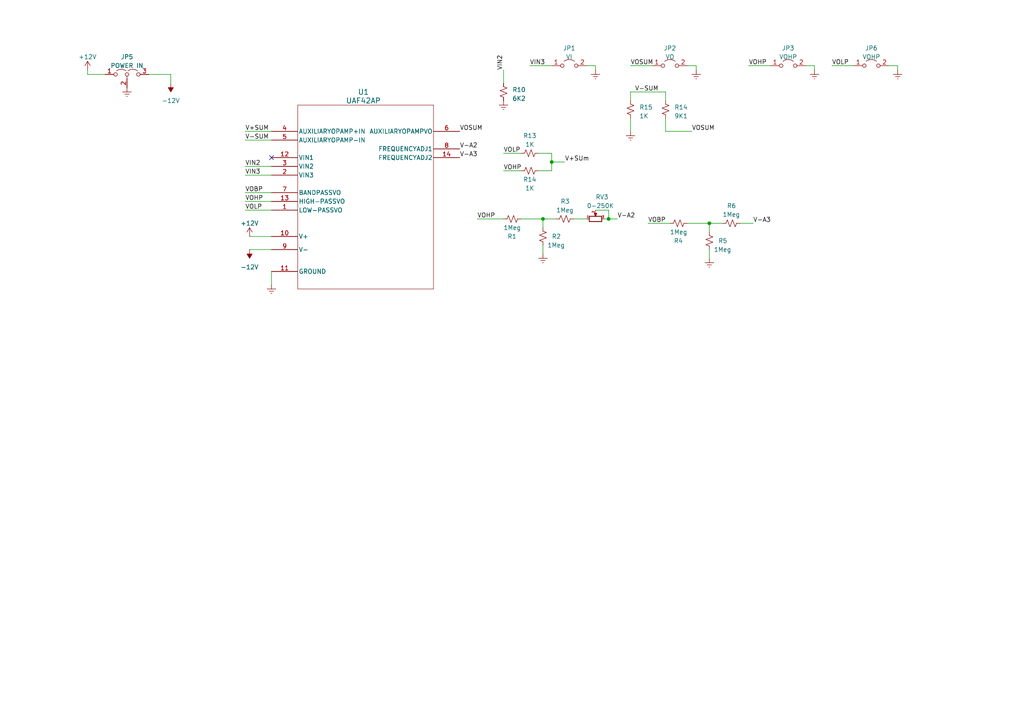
<source format=kicad_sch>
(kicad_sch (version 20230121) (generator eeschema)

  (uuid fb7dd137-9742-400b-bc8f-2cda8fe4d4fa)

  (paper "A4")

  (lib_symbols
    (symbol "Device:R_Potentiometer_Small" (pin_names (offset 1.016) hide) (in_bom yes) (on_board yes)
      (property "Reference" "RV" (at -4.445 0 90)
        (effects (font (size 1.27 1.27)))
      )
      (property "Value" "R_Potentiometer_Small" (at -2.54 0 90)
        (effects (font (size 1.27 1.27)))
      )
      (property "Footprint" "" (at 0 0 0)
        (effects (font (size 1.27 1.27)) hide)
      )
      (property "Datasheet" "~" (at 0 0 0)
        (effects (font (size 1.27 1.27)) hide)
      )
      (property "ki_keywords" "resistor variable" (at 0 0 0)
        (effects (font (size 1.27 1.27)) hide)
      )
      (property "ki_description" "Potentiometer" (at 0 0 0)
        (effects (font (size 1.27 1.27)) hide)
      )
      (property "ki_fp_filters" "Potentiometer*" (at 0 0 0)
        (effects (font (size 1.27 1.27)) hide)
      )
      (symbol "R_Potentiometer_Small_0_1"
        (polyline
          (pts
            (xy 0.889 0)
            (xy 0.635 0)
            (xy 1.651 0.381)
            (xy 1.651 -0.381)
            (xy 0.635 0)
            (xy 0.889 0)
          )
          (stroke (width 0) (type default))
          (fill (type outline))
        )
        (rectangle (start 0.762 1.8034) (end -0.762 -1.8034)
          (stroke (width 0.254) (type default))
          (fill (type none))
        )
      )
      (symbol "R_Potentiometer_Small_1_1"
        (pin passive line (at 0 2.54 270) (length 0.635)
          (name "1" (effects (font (size 0.635 0.635))))
          (number "1" (effects (font (size 0.635 0.635))))
        )
        (pin passive line (at 2.54 0 180) (length 0.9906)
          (name "2" (effects (font (size 0.635 0.635))))
          (number "2" (effects (font (size 0.635 0.635))))
        )
        (pin passive line (at 0 -2.54 90) (length 0.635)
          (name "3" (effects (font (size 0.635 0.635))))
          (number "3" (effects (font (size 0.635 0.635))))
        )
      )
    )
    (symbol "Device:R_Small_US" (pin_numbers hide) (pin_names (offset 0.254) hide) (in_bom yes) (on_board yes)
      (property "Reference" "R" (at 0.762 0.508 0)
        (effects (font (size 1.27 1.27)) (justify left))
      )
      (property "Value" "R_Small_US" (at 0.762 -1.016 0)
        (effects (font (size 1.27 1.27)) (justify left))
      )
      (property "Footprint" "" (at 0 0 0)
        (effects (font (size 1.27 1.27)) hide)
      )
      (property "Datasheet" "~" (at 0 0 0)
        (effects (font (size 1.27 1.27)) hide)
      )
      (property "ki_keywords" "r resistor" (at 0 0 0)
        (effects (font (size 1.27 1.27)) hide)
      )
      (property "ki_description" "Resistor, small US symbol" (at 0 0 0)
        (effects (font (size 1.27 1.27)) hide)
      )
      (property "ki_fp_filters" "R_*" (at 0 0 0)
        (effects (font (size 1.27 1.27)) hide)
      )
      (symbol "R_Small_US_1_1"
        (polyline
          (pts
            (xy 0 0)
            (xy 1.016 -0.381)
            (xy 0 -0.762)
            (xy -1.016 -1.143)
            (xy 0 -1.524)
          )
          (stroke (width 0) (type default))
          (fill (type none))
        )
        (polyline
          (pts
            (xy 0 1.524)
            (xy 1.016 1.143)
            (xy 0 0.762)
            (xy -1.016 0.381)
            (xy 0 0)
          )
          (stroke (width 0) (type default))
          (fill (type none))
        )
        (pin passive line (at 0 2.54 270) (length 1.016)
          (name "~" (effects (font (size 1.27 1.27))))
          (number "1" (effects (font (size 1.27 1.27))))
        )
        (pin passive line (at 0 -2.54 90) (length 1.016)
          (name "~" (effects (font (size 1.27 1.27))))
          (number "2" (effects (font (size 1.27 1.27))))
        )
      )
    )
    (symbol "Jumper:Jumper_2_Open" (pin_names (offset 0) hide) (in_bom yes) (on_board yes)
      (property "Reference" "JP" (at 0 2.794 0)
        (effects (font (size 1.27 1.27)))
      )
      (property "Value" "Jumper_2_Open" (at 0 -2.286 0)
        (effects (font (size 1.27 1.27)))
      )
      (property "Footprint" "" (at 0 0 0)
        (effects (font (size 1.27 1.27)) hide)
      )
      (property "Datasheet" "~" (at 0 0 0)
        (effects (font (size 1.27 1.27)) hide)
      )
      (property "ki_keywords" "Jumper SPST" (at 0 0 0)
        (effects (font (size 1.27 1.27)) hide)
      )
      (property "ki_description" "Jumper, 2-pole, open" (at 0 0 0)
        (effects (font (size 1.27 1.27)) hide)
      )
      (property "ki_fp_filters" "Jumper* TestPoint*2Pads* TestPoint*Bridge*" (at 0 0 0)
        (effects (font (size 1.27 1.27)) hide)
      )
      (symbol "Jumper_2_Open_0_0"
        (circle (center -2.032 0) (radius 0.508)
          (stroke (width 0) (type default))
          (fill (type none))
        )
        (circle (center 2.032 0) (radius 0.508)
          (stroke (width 0) (type default))
          (fill (type none))
        )
      )
      (symbol "Jumper_2_Open_0_1"
        (arc (start 1.524 1.27) (mid 0 1.778) (end -1.524 1.27)
          (stroke (width 0) (type default))
          (fill (type none))
        )
      )
      (symbol "Jumper_2_Open_1_1"
        (pin passive line (at -5.08 0 0) (length 2.54)
          (name "A" (effects (font (size 1.27 1.27))))
          (number "1" (effects (font (size 1.27 1.27))))
        )
        (pin passive line (at 5.08 0 180) (length 2.54)
          (name "B" (effects (font (size 1.27 1.27))))
          (number "2" (effects (font (size 1.27 1.27))))
        )
      )
    )
    (symbol "Jumper:Jumper_3_Open" (pin_names (offset 0) hide) (in_bom yes) (on_board yes)
      (property "Reference" "JP" (at -2.54 -2.54 0)
        (effects (font (size 1.27 1.27)))
      )
      (property "Value" "Jumper_3_Open" (at 0 2.794 0)
        (effects (font (size 1.27 1.27)))
      )
      (property "Footprint" "" (at 0 0 0)
        (effects (font (size 1.27 1.27)) hide)
      )
      (property "Datasheet" "~" (at 0 0 0)
        (effects (font (size 1.27 1.27)) hide)
      )
      (property "ki_keywords" "Jumper SPDT" (at 0 0 0)
        (effects (font (size 1.27 1.27)) hide)
      )
      (property "ki_description" "Jumper, 3-pole, both open" (at 0 0 0)
        (effects (font (size 1.27 1.27)) hide)
      )
      (property "ki_fp_filters" "Jumper* TestPoint*3Pads* TestPoint*Bridge*" (at 0 0 0)
        (effects (font (size 1.27 1.27)) hide)
      )
      (symbol "Jumper_3_Open_0_0"
        (circle (center -3.302 0) (radius 0.508)
          (stroke (width 0) (type default))
          (fill (type none))
        )
        (circle (center 0 0) (radius 0.508)
          (stroke (width 0) (type default))
          (fill (type none))
        )
        (circle (center 3.302 0) (radius 0.508)
          (stroke (width 0) (type default))
          (fill (type none))
        )
      )
      (symbol "Jumper_3_Open_0_1"
        (arc (start -0.254 1.016) (mid -1.651 1.4992) (end -3.048 1.016)
          (stroke (width 0) (type default))
          (fill (type none))
        )
        (polyline
          (pts
            (xy 0 -0.508)
            (xy 0 -1.27)
          )
          (stroke (width 0) (type default))
          (fill (type none))
        )
        (arc (start 3.048 1.016) (mid 1.651 1.4992) (end 0.254 1.016)
          (stroke (width 0) (type default))
          (fill (type none))
        )
      )
      (symbol "Jumper_3_Open_1_1"
        (pin passive line (at -6.35 0 0) (length 2.54)
          (name "A" (effects (font (size 1.27 1.27))))
          (number "1" (effects (font (size 1.27 1.27))))
        )
        (pin passive line (at 0 -3.81 90) (length 2.54)
          (name "C" (effects (font (size 1.27 1.27))))
          (number "2" (effects (font (size 1.27 1.27))))
        )
        (pin passive line (at 6.35 0 180) (length 2.54)
          (name "B" (effects (font (size 1.27 1.27))))
          (number "3" (effects (font (size 1.27 1.27))))
        )
      )
    )
    (symbol "UAF42:UAF42AP" (pin_names (offset 0.254)) (in_bom yes) (on_board yes)
      (property "Reference" "U1" (at 41.91 11.43 0)
        (effects (font (size 1.524 1.524)))
      )
      (property "Value" "UAF42AP" (at 41.91 8.89 0)
        (effects (font (size 1.524 1.524)))
      )
      (property "Footprint" "N14" (at 15.24 0 0)
        (effects (font (size 1.27 1.27) italic) hide)
      )
      (property "Datasheet" "UAF42AP" (at 15.24 0 0)
        (effects (font (size 1.27 1.27) italic) hide)
      )
      (property "ki_locked" "" (at 0 0 0)
        (effects (font (size 1.27 1.27)))
      )
      (property "ki_keywords" "UAF42AP" (at 0 0 0)
        (effects (font (size 1.27 1.27)) hide)
      )
      (property "ki_fp_filters" "N14" (at 0 0 0)
        (effects (font (size 1.27 1.27)) hide)
      )
      (symbol "UAF42AP_0_1"
        (polyline
          (pts
            (xy 22.86 -45.72)
            (xy 62.23 -45.72)
          )
          (stroke (width 0.127) (type default))
          (fill (type none))
        )
        (polyline
          (pts
            (xy 22.86 7.62)
            (xy 22.86 -45.72)
          )
          (stroke (width 0.127) (type default))
          (fill (type none))
        )
        (polyline
          (pts
            (xy 62.23 -45.72)
            (xy 62.23 7.62)
          )
          (stroke (width 0.127) (type default))
          (fill (type none))
        )
        (polyline
          (pts
            (xy 62.23 7.62)
            (xy 22.86 7.62)
          )
          (stroke (width 0.127) (type default))
          (fill (type none))
        )
        (pin unspecified line (at 15.24 -22.86 0) (length 7.62)
          (name "LOW-PASSVO" (effects (font (size 1.27 1.27))))
          (number "1" (effects (font (size 1.27 1.27))))
        )
        (pin power_in line (at 15.24 -30.48 0) (length 7.62)
          (name "V+" (effects (font (size 1.27 1.27))))
          (number "10" (effects (font (size 1.27 1.27))))
        )
        (pin power_in line (at 15.24 -40.64 0) (length 7.62)
          (name "GROUND" (effects (font (size 1.27 1.27))))
          (number "11" (effects (font (size 1.27 1.27))))
        )
        (pin input line (at 15.24 -7.62 0) (length 7.62)
          (name "VIN1" (effects (font (size 1.27 1.27))))
          (number "12" (effects (font (size 1.27 1.27))))
        )
        (pin unspecified line (at 15.24 -20.32 0) (length 7.62)
          (name "HIGH-PASSVO" (effects (font (size 1.27 1.27))))
          (number "13" (effects (font (size 1.27 1.27))))
        )
        (pin unspecified line (at 69.85 -7.62 180) (length 7.62)
          (name "FREQUENCYADJ2" (effects (font (size 1.27 1.27))))
          (number "14" (effects (font (size 1.27 1.27))))
        )
        (pin input line (at 15.24 -12.7 0) (length 7.62)
          (name "VIN3" (effects (font (size 1.27 1.27))))
          (number "2" (effects (font (size 1.27 1.27))))
        )
        (pin input line (at 15.24 -10.16 0) (length 7.62)
          (name "VIN2" (effects (font (size 1.27 1.27))))
          (number "3" (effects (font (size 1.27 1.27))))
        )
        (pin unspecified line (at 15.24 0 0) (length 7.62)
          (name "AUXILIARYOPAMP+IN" (effects (font (size 1.27 1.27))))
          (number "4" (effects (font (size 1.27 1.27))))
        )
        (pin unspecified line (at 15.24 -2.54 0) (length 7.62)
          (name "AUXILIARYOPAMP-IN" (effects (font (size 1.27 1.27))))
          (number "5" (effects (font (size 1.27 1.27))))
        )
        (pin unspecified line (at 69.85 0 180) (length 7.62)
          (name "AUXILIARYOPAMPVO" (effects (font (size 1.27 1.27))))
          (number "6" (effects (font (size 1.27 1.27))))
        )
        (pin unspecified line (at 15.24 -17.78 0) (length 7.62)
          (name "BANDPASSVO" (effects (font (size 1.27 1.27))))
          (number "7" (effects (font (size 1.27 1.27))))
        )
        (pin unspecified line (at 69.85 -5.08 180) (length 7.62)
          (name "FREQUENCYADJ1" (effects (font (size 1.27 1.27))))
          (number "8" (effects (font (size 1.27 1.27))))
        )
        (pin power_in line (at 15.24 -34.29 0) (length 7.62)
          (name "V-" (effects (font (size 1.27 1.27))))
          (number "9" (effects (font (size 1.27 1.27))))
        )
      )
    )
    (symbol "power:+12V" (power) (pin_names (offset 0)) (in_bom yes) (on_board yes)
      (property "Reference" "#PWR" (at 0 -3.81 0)
        (effects (font (size 1.27 1.27)) hide)
      )
      (property "Value" "+12V" (at 0 3.556 0)
        (effects (font (size 1.27 1.27)))
      )
      (property "Footprint" "" (at 0 0 0)
        (effects (font (size 1.27 1.27)) hide)
      )
      (property "Datasheet" "" (at 0 0 0)
        (effects (font (size 1.27 1.27)) hide)
      )
      (property "ki_keywords" "global power" (at 0 0 0)
        (effects (font (size 1.27 1.27)) hide)
      )
      (property "ki_description" "Power symbol creates a global label with name \"+12V\"" (at 0 0 0)
        (effects (font (size 1.27 1.27)) hide)
      )
      (symbol "+12V_0_1"
        (polyline
          (pts
            (xy -0.762 1.27)
            (xy 0 2.54)
          )
          (stroke (width 0) (type default))
          (fill (type none))
        )
        (polyline
          (pts
            (xy 0 0)
            (xy 0 2.54)
          )
          (stroke (width 0) (type default))
          (fill (type none))
        )
        (polyline
          (pts
            (xy 0 2.54)
            (xy 0.762 1.27)
          )
          (stroke (width 0) (type default))
          (fill (type none))
        )
      )
      (symbol "+12V_1_1"
        (pin power_in line (at 0 0 90) (length 0) hide
          (name "+12V" (effects (font (size 1.27 1.27))))
          (number "1" (effects (font (size 1.27 1.27))))
        )
      )
    )
    (symbol "power:-12V" (power) (pin_names (offset 0)) (in_bom yes) (on_board yes)
      (property "Reference" "#PWR" (at 0 2.54 0)
        (effects (font (size 1.27 1.27)) hide)
      )
      (property "Value" "-12V" (at 0 3.81 0)
        (effects (font (size 1.27 1.27)))
      )
      (property "Footprint" "" (at 0 0 0)
        (effects (font (size 1.27 1.27)) hide)
      )
      (property "Datasheet" "" (at 0 0 0)
        (effects (font (size 1.27 1.27)) hide)
      )
      (property "ki_keywords" "global power" (at 0 0 0)
        (effects (font (size 1.27 1.27)) hide)
      )
      (property "ki_description" "Power symbol creates a global label with name \"-12V\"" (at 0 0 0)
        (effects (font (size 1.27 1.27)) hide)
      )
      (symbol "-12V_0_0"
        (pin power_in line (at 0 0 90) (length 0) hide
          (name "-12V" (effects (font (size 1.27 1.27))))
          (number "1" (effects (font (size 1.27 1.27))))
        )
      )
      (symbol "-12V_0_1"
        (polyline
          (pts
            (xy 0 0)
            (xy 0 1.27)
            (xy 0.762 1.27)
            (xy 0 2.54)
            (xy -0.762 1.27)
            (xy 0 1.27)
          )
          (stroke (width 0) (type default))
          (fill (type outline))
        )
      )
    )
    (symbol "power:Earth" (power) (pin_names (offset 0)) (in_bom yes) (on_board yes)
      (property "Reference" "#PWR" (at 0 -6.35 0)
        (effects (font (size 1.27 1.27)) hide)
      )
      (property "Value" "Earth" (at 0 -3.81 0)
        (effects (font (size 1.27 1.27)) hide)
      )
      (property "Footprint" "" (at 0 0 0)
        (effects (font (size 1.27 1.27)) hide)
      )
      (property "Datasheet" "~" (at 0 0 0)
        (effects (font (size 1.27 1.27)) hide)
      )
      (property "ki_keywords" "global ground gnd" (at 0 0 0)
        (effects (font (size 1.27 1.27)) hide)
      )
      (property "ki_description" "Power symbol creates a global label with name \"Earth\"" (at 0 0 0)
        (effects (font (size 1.27 1.27)) hide)
      )
      (symbol "Earth_0_1"
        (polyline
          (pts
            (xy -0.635 -1.905)
            (xy 0.635 -1.905)
          )
          (stroke (width 0) (type default))
          (fill (type none))
        )
        (polyline
          (pts
            (xy -0.127 -2.54)
            (xy 0.127 -2.54)
          )
          (stroke (width 0) (type default))
          (fill (type none))
        )
        (polyline
          (pts
            (xy 0 -1.27)
            (xy 0 0)
          )
          (stroke (width 0) (type default))
          (fill (type none))
        )
        (polyline
          (pts
            (xy 1.27 -1.27)
            (xy -1.27 -1.27)
          )
          (stroke (width 0) (type default))
          (fill (type none))
        )
      )
      (symbol "Earth_1_1"
        (pin power_in line (at 0 0 270) (length 0) hide
          (name "Earth" (effects (font (size 1.27 1.27))))
          (number "1" (effects (font (size 1.27 1.27))))
        )
      )
    )
  )

  (junction (at 176.53 63.5) (diameter 0) (color 0 0 0 0)
    (uuid 005ab4a0-26aa-4e07-8a6d-e23070bfba0c)
  )
  (junction (at 205.74 64.77) (diameter 0) (color 0 0 0 0)
    (uuid 26bf8301-03d5-4d8d-8451-f85a966eeb60)
  )
  (junction (at 157.48 63.5) (diameter 0) (color 0 0 0 0)
    (uuid 402484a9-69b9-4c25-9c3b-51b4f5cee882)
  )
  (junction (at 160.02 46.99) (diameter 0) (color 0 0 0 0)
    (uuid 5bb5ee67-bd64-4c68-8ddf-1f8fb344455f)
  )

  (no_connect (at 78.74 45.72) (uuid 72ab0904-7df2-4902-abea-93dd3fbcaab1))

  (wire (pts (xy 214.63 64.77) (xy 218.44 64.77))
    (stroke (width 0) (type default))
    (uuid 19b7fec7-c43f-4696-bb60-9f708f396da3)
  )
  (wire (pts (xy 236.22 20.32) (xy 236.22 19.05))
    (stroke (width 0) (type default))
    (uuid 19ea9bff-4e99-4d94-b400-db84d6441991)
  )
  (wire (pts (xy 72.39 68.58) (xy 78.74 68.58))
    (stroke (width 0) (type default))
    (uuid 1a04c585-f4b4-47c6-b7ef-1e6ee947c42f)
  )
  (wire (pts (xy 156.21 44.45) (xy 160.02 44.45))
    (stroke (width 0) (type default))
    (uuid 1d5d4cd9-a350-4b95-b78f-285347d30ad7)
  )
  (wire (pts (xy 146.05 24.13) (xy 146.05 20.32))
    (stroke (width 0) (type default))
    (uuid 1ecfd609-fd2f-4204-8c33-78993a07fa33)
  )
  (wire (pts (xy 157.48 63.5) (xy 161.29 63.5))
    (stroke (width 0) (type default))
    (uuid 285161ad-e29e-4a6f-b828-1b3d7635f027)
  )
  (wire (pts (xy 201.93 20.32) (xy 201.93 19.05))
    (stroke (width 0) (type default))
    (uuid 29a6970e-48fb-4681-86b9-cb40b2f210c8)
  )
  (wire (pts (xy 138.43 63.5) (xy 146.05 63.5))
    (stroke (width 0) (type default))
    (uuid 29ce9c5b-4c71-431f-8a2b-92ab269585b8)
  )
  (wire (pts (xy 205.74 64.77) (xy 209.55 64.77))
    (stroke (width 0) (type default))
    (uuid 2cc4e992-f69b-4ea9-b981-dd44061c8776)
  )
  (wire (pts (xy 217.17 19.05) (xy 223.52 19.05))
    (stroke (width 0) (type default))
    (uuid 2dce046d-1948-431e-830b-4062a1f184bf)
  )
  (wire (pts (xy 71.12 58.42) (xy 78.74 58.42))
    (stroke (width 0) (type default))
    (uuid 2ea6fe5b-2e74-4149-b9fb-751c5bdf7824)
  )
  (wire (pts (xy 25.4 21.59) (xy 25.4 20.32))
    (stroke (width 0) (type default))
    (uuid 2f881349-6707-4552-9489-5e6647e3de61)
  )
  (wire (pts (xy 260.35 19.05) (xy 257.81 19.05))
    (stroke (width 0) (type default))
    (uuid 3096989b-e713-4e8e-8685-9d777edbc162)
  )
  (wire (pts (xy 157.48 73.66) (xy 157.48 71.12))
    (stroke (width 0) (type default))
    (uuid 3705988e-407d-4238-8e51-d16666efebd0)
  )
  (wire (pts (xy 71.12 55.88) (xy 78.74 55.88))
    (stroke (width 0) (type default))
    (uuid 3c4d6d2e-bc2f-4df6-b75f-8c924a99ea61)
  )
  (wire (pts (xy 182.88 26.67) (xy 193.04 26.67))
    (stroke (width 0) (type default))
    (uuid 42d9f3fd-db97-4e9c-a670-c0859f7dd892)
  )
  (wire (pts (xy 71.12 48.26) (xy 78.74 48.26))
    (stroke (width 0) (type default))
    (uuid 431fc718-de58-4503-b60e-5728bcb72547)
  )
  (wire (pts (xy 260.35 20.32) (xy 260.35 19.05))
    (stroke (width 0) (type default))
    (uuid 43b9104b-53d7-4aec-b40f-196f5bad60ff)
  )
  (wire (pts (xy 71.12 38.1) (xy 78.74 38.1))
    (stroke (width 0) (type default))
    (uuid 465ab5a8-bae9-4892-a2c2-ac5c386aac17)
  )
  (wire (pts (xy 193.04 38.1) (xy 200.66 38.1))
    (stroke (width 0) (type default))
    (uuid 4e00c2e1-1ecf-4214-8a60-11611259f7e6)
  )
  (wire (pts (xy 182.88 38.1) (xy 182.88 34.29))
    (stroke (width 0) (type default))
    (uuid 4e54b960-ae25-42b4-b475-ed4f2bdf63c3)
  )
  (wire (pts (xy 193.04 34.29) (xy 193.04 38.1))
    (stroke (width 0) (type default))
    (uuid 5190ad05-bc0f-4d99-ae22-b230c59e51df)
  )
  (wire (pts (xy 166.37 63.5) (xy 170.18 63.5))
    (stroke (width 0) (type default))
    (uuid 57503b06-795a-4112-b425-ced8e3ffbc5f)
  )
  (wire (pts (xy 153.67 19.05) (xy 160.02 19.05))
    (stroke (width 0) (type default))
    (uuid 584bed84-f14a-48ec-ad83-04b9c805f94b)
  )
  (wire (pts (xy 160.02 46.99) (xy 163.83 46.99))
    (stroke (width 0) (type default))
    (uuid 594723be-3dca-42a0-8764-46963e770656)
  )
  (wire (pts (xy 205.74 74.93) (xy 205.74 72.39))
    (stroke (width 0) (type default))
    (uuid 5fc5c1ab-a26e-45a4-8cb0-3ee4b428d0ff)
  )
  (wire (pts (xy 71.12 60.96) (xy 78.74 60.96))
    (stroke (width 0) (type default))
    (uuid 613f1228-382f-4e1c-ab4c-67c67906cd8e)
  )
  (wire (pts (xy 157.48 66.04) (xy 157.48 63.5))
    (stroke (width 0) (type default))
    (uuid 6923f88c-989b-450a-811f-a84833744f57)
  )
  (wire (pts (xy 182.88 19.05) (xy 189.23 19.05))
    (stroke (width 0) (type default))
    (uuid 6f78cbe0-b76d-4908-8061-3a15611397a9)
  )
  (wire (pts (xy 172.72 20.32) (xy 172.72 19.05))
    (stroke (width 0) (type default))
    (uuid 7556754c-432f-4e50-89a8-67fcc126adaa)
  )
  (wire (pts (xy 160.02 49.53) (xy 160.02 46.99))
    (stroke (width 0) (type default))
    (uuid 76b48707-ca00-4521-bb63-d78f6a452133)
  )
  (wire (pts (xy 146.05 49.53) (xy 151.13 49.53))
    (stroke (width 0) (type default))
    (uuid 783b903b-8e37-4c02-8ba1-b9b8c0d59192)
  )
  (wire (pts (xy 193.04 29.21) (xy 193.04 26.67))
    (stroke (width 0) (type default))
    (uuid 7b031c66-6b56-4e1d-8b04-7ada3cd703ba)
  )
  (wire (pts (xy 151.13 63.5) (xy 157.48 63.5))
    (stroke (width 0) (type default))
    (uuid 7e785807-55b1-4986-98ec-7432c39d5be6)
  )
  (wire (pts (xy 205.74 67.31) (xy 205.74 64.77))
    (stroke (width 0) (type default))
    (uuid 7f9b9e5f-92db-4f28-aea0-271f589fd5c1)
  )
  (wire (pts (xy 156.21 49.53) (xy 160.02 49.53))
    (stroke (width 0) (type default))
    (uuid 814d4da2-fa60-4b04-b528-a5e2a62cc0b0)
  )
  (wire (pts (xy 160.02 44.45) (xy 160.02 46.99))
    (stroke (width 0) (type default))
    (uuid 81932ecc-cb48-4965-bc35-aa581af843c6)
  )
  (wire (pts (xy 199.39 64.77) (xy 205.74 64.77))
    (stroke (width 0) (type default))
    (uuid 8623937e-4ea4-4b5a-992d-13308808428f)
  )
  (wire (pts (xy 71.12 50.8) (xy 78.74 50.8))
    (stroke (width 0) (type default))
    (uuid 8756f385-4a70-4b23-91d2-46e5ced2491f)
  )
  (wire (pts (xy 146.05 44.45) (xy 151.13 44.45))
    (stroke (width 0) (type default))
    (uuid 8873f090-dffd-4177-83a6-7a6e63cb5531)
  )
  (wire (pts (xy 72.39 72.39) (xy 78.74 72.39))
    (stroke (width 0) (type default))
    (uuid 935a5111-9e14-47f8-b2c8-946ed0cdc9b9)
  )
  (wire (pts (xy 49.53 21.59) (xy 49.53 24.13))
    (stroke (width 0) (type default))
    (uuid 95aeea6b-bf36-47b2-829f-0c93a2474007)
  )
  (wire (pts (xy 176.53 60.96) (xy 176.53 63.5))
    (stroke (width 0) (type default))
    (uuid 9a99f4a0-4bce-4a58-a517-f89b91f9ab54)
  )
  (wire (pts (xy 176.53 63.5) (xy 179.07 63.5))
    (stroke (width 0) (type default))
    (uuid a626423d-4be4-4cd4-87ef-81310680584b)
  )
  (wire (pts (xy 241.3 19.05) (xy 247.65 19.05))
    (stroke (width 0) (type default))
    (uuid a66e4c85-74a6-4ef5-9211-a276aa77973d)
  )
  (wire (pts (xy 30.48 21.59) (xy 25.4 21.59))
    (stroke (width 0) (type default))
    (uuid aea516fb-8f14-43ce-abe8-8c63b28f5085)
  )
  (wire (pts (xy 182.88 26.67) (xy 182.88 29.21))
    (stroke (width 0) (type default))
    (uuid c0cd4738-8e7b-4bb9-b45a-41aa150a657f)
  )
  (wire (pts (xy 172.72 60.96) (xy 176.53 60.96))
    (stroke (width 0) (type default))
    (uuid c353d69b-137d-4742-a4d9-4906caae0b24)
  )
  (wire (pts (xy 71.12 40.64) (xy 78.74 40.64))
    (stroke (width 0) (type default))
    (uuid d7119361-f378-405b-a77c-0fa8d363710b)
  )
  (wire (pts (xy 201.93 19.05) (xy 199.39 19.05))
    (stroke (width 0) (type default))
    (uuid db68d52c-6e1e-4354-bf89-49ef6014c0b7)
  )
  (wire (pts (xy 236.22 19.05) (xy 233.68 19.05))
    (stroke (width 0) (type default))
    (uuid e1a2bd5f-808b-465d-8bc2-fd136b0da6f4)
  )
  (wire (pts (xy 172.72 19.05) (xy 170.18 19.05))
    (stroke (width 0) (type default))
    (uuid e24ed39d-cfc1-43cf-9173-aa18690d4fa6)
  )
  (wire (pts (xy 78.74 82.55) (xy 78.74 78.74))
    (stroke (width 0) (type default))
    (uuid edf3d5c1-5bfa-423a-b851-d8f3fb3f11b0)
  )
  (wire (pts (xy 176.53 63.5) (xy 175.26 63.5))
    (stroke (width 0) (type default))
    (uuid f07fcf77-6f01-42cc-8159-1b3792fe5b3b)
  )
  (wire (pts (xy 187.96 64.77) (xy 194.31 64.77))
    (stroke (width 0) (type default))
    (uuid f2e34100-8674-4661-a2ff-0243af41b99d)
  )
  (wire (pts (xy 43.18 21.59) (xy 49.53 21.59))
    (stroke (width 0) (type default))
    (uuid fd768762-a61e-43b5-aff9-6730b2059d68)
  )

  (label "VOBP" (at 187.96 64.77 0) (fields_autoplaced)
    (effects (font (size 1.27 1.27)) (justify left bottom))
    (uuid 0574fb0f-4a96-473b-89ce-86bc7675f5b2)
  )
  (label "V+SUm" (at 163.83 46.99 0) (fields_autoplaced)
    (effects (font (size 1.27 1.27)) (justify left bottom))
    (uuid 08ed78e7-8e89-4e51-8cf6-d51c3ea54170)
  )
  (label "VIN2" (at 146.05 20.32 90) (fields_autoplaced)
    (effects (font (size 1.27 1.27)) (justify left bottom))
    (uuid 1c40a336-be90-4f2d-9c6c-2bd8986f4159)
  )
  (label "VOLP" (at 241.3 19.05 0) (fields_autoplaced)
    (effects (font (size 1.27 1.27)) (justify left bottom))
    (uuid 4aba7234-f4ef-400b-924b-9f0a025147d9)
  )
  (label "VIN3" (at 153.67 19.05 0) (fields_autoplaced)
    (effects (font (size 1.27 1.27)) (justify left bottom))
    (uuid 4dd33ee7-d527-4ac4-ac13-a8f1a879ba7f)
  )
  (label "VIN3" (at 71.12 50.8 0) (fields_autoplaced)
    (effects (font (size 1.27 1.27)) (justify left bottom))
    (uuid 557582a4-7493-41d3-a9d0-a7a75189dc53)
  )
  (label "V-A2" (at 179.07 63.5 0) (fields_autoplaced)
    (effects (font (size 1.27 1.27)) (justify left bottom))
    (uuid 55c3ff8c-68ac-45ff-b638-4f48a150ea39)
  )
  (label "V-A3" (at 133.35 45.72 0) (fields_autoplaced)
    (effects (font (size 1.27 1.27)) (justify left bottom))
    (uuid 674839b2-5e22-4302-b041-a044f9e6e243)
  )
  (label "VOBP" (at 71.12 55.88 0) (fields_autoplaced)
    (effects (font (size 1.27 1.27)) (justify left bottom))
    (uuid 685228ea-44e4-4215-9ff4-66714c12c80b)
  )
  (label "V-A3" (at 218.44 64.77 0) (fields_autoplaced)
    (effects (font (size 1.27 1.27)) (justify left bottom))
    (uuid a09a0dae-37bc-48fe-8bef-4565b50b9822)
  )
  (label "VOSUM" (at 133.35 38.1 0) (fields_autoplaced)
    (effects (font (size 1.27 1.27)) (justify left bottom))
    (uuid a437bc04-2c50-4822-96c6-7886f8e837bd)
  )
  (label "V-A2" (at 133.35 43.18 0) (fields_autoplaced)
    (effects (font (size 1.27 1.27)) (justify left bottom))
    (uuid a7f278a8-03a7-4a4d-9823-e688b7c99ba0)
  )
  (label "VIN2" (at 71.12 48.26 0) (fields_autoplaced)
    (effects (font (size 1.27 1.27)) (justify left bottom))
    (uuid ac405395-5e9b-4cd5-b254-b674dacfc0d8)
  )
  (label "VOLP" (at 146.05 44.45 0) (fields_autoplaced)
    (effects (font (size 1.27 1.27)) (justify left bottom))
    (uuid b051b472-091f-40f6-906a-c9ae9d22c24e)
  )
  (label "VOSUM" (at 182.88 19.05 0) (fields_autoplaced)
    (effects (font (size 1.27 1.27)) (justify left bottom))
    (uuid b0ca09e8-15db-49bd-b409-2f2318a3476b)
  )
  (label "VOLP" (at 71.12 60.96 0) (fields_autoplaced)
    (effects (font (size 1.27 1.27)) (justify left bottom))
    (uuid b105d4d6-c91e-4c25-a781-e941be36968a)
  )
  (label "V+SUM" (at 71.12 38.1 0) (fields_autoplaced)
    (effects (font (size 1.27 1.27)) (justify left bottom))
    (uuid ca74490e-fc0c-409c-9099-94bc4a2ffe74)
  )
  (label "V-SUM" (at 184.15 26.67 0) (fields_autoplaced)
    (effects (font (size 1.27 1.27)) (justify left bottom))
    (uuid ccceb5b2-4b63-4371-a50a-318e9382bcfc)
  )
  (label "VOHP" (at 146.05 49.53 0) (fields_autoplaced)
    (effects (font (size 1.27 1.27)) (justify left bottom))
    (uuid d2f2d103-564e-498e-b7c5-487ed2f7f3d2)
  )
  (label "VOHP" (at 217.17 19.05 0) (fields_autoplaced)
    (effects (font (size 1.27 1.27)) (justify left bottom))
    (uuid da4ed439-2459-46b1-9cb2-5c0229a2ea49)
  )
  (label "VOHP" (at 138.43 63.5 0) (fields_autoplaced)
    (effects (font (size 1.27 1.27)) (justify left bottom))
    (uuid ead7e6fe-c41a-4908-a9a3-06aae117f5b0)
  )
  (label "VOSUM" (at 200.66 38.1 0) (fields_autoplaced)
    (effects (font (size 1.27 1.27)) (justify left bottom))
    (uuid efdedc14-2cd4-4464-8474-f635d7163604)
  )
  (label "V-SUM" (at 71.12 40.64 0) (fields_autoplaced)
    (effects (font (size 1.27 1.27)) (justify left bottom))
    (uuid f37b250a-d631-4e3c-91e7-11d197574ec3)
  )
  (label "VOHP" (at 71.12 58.42 0) (fields_autoplaced)
    (effects (font (size 1.27 1.27)) (justify left bottom))
    (uuid f94e1dda-f3da-4e2a-9a48-2e2f314e1a16)
  )

  (symbol (lib_id "Device:R_Small_US") (at 153.67 44.45 90) (unit 1)
    (in_bom yes) (on_board yes) (dnp no) (fields_autoplaced)
    (uuid 02a16d36-3574-4f12-b240-18944ca2f62b)
    (property "Reference" "R13" (at 153.67 39.37 90)
      (effects (font (size 1.27 1.27)))
    )
    (property "Value" "1K" (at 153.67 41.91 90)
      (effects (font (size 1.27 1.27)))
    )
    (property "Footprint" "" (at 153.67 44.45 0)
      (effects (font (size 1.27 1.27)) hide)
    )
    (property "Datasheet" "~" (at 153.67 44.45 0)
      (effects (font (size 1.27 1.27)) hide)
    )
    (pin "1" (uuid a0b4651d-bdfe-4565-9e63-a8d3b92d1876))
    (pin "2" (uuid d6772208-b502-423a-ba66-4a99152d350f))
    (instances
      (project "TPL1"
        (path "/fb7dd137-9742-400b-bc8f-2cda8fe4d4fa"
          (reference "R13") (unit 1)
        )
      )
    )
  )

  (symbol (lib_id "Device:R_Small_US") (at 196.85 64.77 90) (unit 1)
    (in_bom yes) (on_board yes) (dnp no)
    (uuid 0903e46e-eb20-4f7e-94a2-d12ed23fd28d)
    (property "Reference" "R4" (at 198.12 69.85 90)
      (effects (font (size 1.27 1.27)) (justify left))
    )
    (property "Value" "1Meg" (at 199.39 67.31 90)
      (effects (font (size 1.27 1.27)) (justify left))
    )
    (property "Footprint" "" (at 196.85 64.77 0)
      (effects (font (size 1.27 1.27)) hide)
    )
    (property "Datasheet" "~" (at 196.85 64.77 0)
      (effects (font (size 1.27 1.27)) hide)
    )
    (pin "1" (uuid b8125605-8748-48f0-9714-94fae87d0a80))
    (pin "2" (uuid 435e680c-d997-47a6-92b2-464ee7a8e43b))
    (instances
      (project "TPL1"
        (path "/fb7dd137-9742-400b-bc8f-2cda8fe4d4fa"
          (reference "R4") (unit 1)
        )
      )
    )
  )

  (symbol (lib_id "Device:R_Small_US") (at 157.48 68.58 0) (unit 1)
    (in_bom yes) (on_board yes) (dnp no)
    (uuid 172403ed-a861-4d24-8396-d771c76d94ee)
    (property "Reference" "R2" (at 160.02 68.58 0)
      (effects (font (size 1.27 1.27)) (justify left))
    )
    (property "Value" "1Meg" (at 158.75 71.12 0)
      (effects (font (size 1.27 1.27)) (justify left))
    )
    (property "Footprint" "" (at 157.48 68.58 0)
      (effects (font (size 1.27 1.27)) hide)
    )
    (property "Datasheet" "~" (at 157.48 68.58 0)
      (effects (font (size 1.27 1.27)) hide)
    )
    (pin "1" (uuid ed08c7e1-e140-4426-8d0c-ef0d61a613ae))
    (pin "2" (uuid 8ef5693c-bf2d-4572-8052-6a4c9f80a4c7))
    (instances
      (project "TPL1"
        (path "/fb7dd137-9742-400b-bc8f-2cda8fe4d4fa"
          (reference "R2") (unit 1)
        )
      )
    )
  )

  (symbol (lib_id "Jumper:Jumper_2_Open") (at 252.73 19.05 0) (unit 1)
    (in_bom yes) (on_board yes) (dnp no) (fields_autoplaced)
    (uuid 18f3fceb-5cbc-44a3-98b7-c3e70df3aafa)
    (property "Reference" "JP6" (at 252.73 13.97 0)
      (effects (font (size 1.27 1.27)))
    )
    (property "Value" "VOHP" (at 252.73 16.51 0)
      (effects (font (size 1.27 1.27)))
    )
    (property "Footprint" "" (at 252.73 19.05 0)
      (effects (font (size 1.27 1.27)) hide)
    )
    (property "Datasheet" "~" (at 252.73 19.05 0)
      (effects (font (size 1.27 1.27)) hide)
    )
    (pin "1" (uuid c5deec85-a593-4a69-a730-5699355c1e42))
    (pin "2" (uuid e8758b0a-3f46-4860-9fd5-3d284cca9d0e))
    (instances
      (project "TPL1"
        (path "/fb7dd137-9742-400b-bc8f-2cda8fe4d4fa"
          (reference "JP6") (unit 1)
        )
      )
    )
  )

  (symbol (lib_id "Jumper:Jumper_2_Open") (at 228.6 19.05 0) (unit 1)
    (in_bom yes) (on_board yes) (dnp no) (fields_autoplaced)
    (uuid 2e1b213f-9531-47a9-93a9-049f1e3a1197)
    (property "Reference" "JP3" (at 228.6 13.97 0)
      (effects (font (size 1.27 1.27)))
    )
    (property "Value" "VOHP" (at 228.6 16.51 0)
      (effects (font (size 1.27 1.27)))
    )
    (property "Footprint" "" (at 228.6 19.05 0)
      (effects (font (size 1.27 1.27)) hide)
    )
    (property "Datasheet" "~" (at 228.6 19.05 0)
      (effects (font (size 1.27 1.27)) hide)
    )
    (pin "1" (uuid 3c882e2f-3a04-4246-8077-5bd6fe0805c9))
    (pin "2" (uuid 2e2a34ba-ea8b-4bbf-bed8-79be5b397097))
    (instances
      (project "TPL1"
        (path "/fb7dd137-9742-400b-bc8f-2cda8fe4d4fa"
          (reference "JP3") (unit 1)
        )
      )
    )
  )

  (symbol (lib_id "power:Earth") (at 236.22 20.32 0) (unit 1)
    (in_bom yes) (on_board yes) (dnp no) (fields_autoplaced)
    (uuid 2ffa881f-d854-4dca-901f-89395d4af3ac)
    (property "Reference" "#PWR013" (at 236.22 26.67 0)
      (effects (font (size 1.27 1.27)) hide)
    )
    (property "Value" "Earth" (at 236.22 24.13 0)
      (effects (font (size 1.27 1.27)) hide)
    )
    (property "Footprint" "" (at 236.22 20.32 0)
      (effects (font (size 1.27 1.27)) hide)
    )
    (property "Datasheet" "~" (at 236.22 20.32 0)
      (effects (font (size 1.27 1.27)) hide)
    )
    (pin "1" (uuid c04ecf72-6b69-4fb6-8497-e76ccc124801))
    (instances
      (project "TPL1"
        (path "/fb7dd137-9742-400b-bc8f-2cda8fe4d4fa"
          (reference "#PWR013") (unit 1)
        )
      )
    )
  )

  (symbol (lib_id "Device:R_Small_US") (at 163.83 63.5 270) (unit 1)
    (in_bom yes) (on_board yes) (dnp no)
    (uuid 45dd5e9a-6d61-4078-900d-5e2b4d32b45f)
    (property "Reference" "R3" (at 162.56 58.42 90)
      (effects (font (size 1.27 1.27)) (justify left))
    )
    (property "Value" "1Meg" (at 161.29 60.96 90)
      (effects (font (size 1.27 1.27)) (justify left))
    )
    (property "Footprint" "" (at 163.83 63.5 0)
      (effects (font (size 1.27 1.27)) hide)
    )
    (property "Datasheet" "~" (at 163.83 63.5 0)
      (effects (font (size 1.27 1.27)) hide)
    )
    (pin "1" (uuid cb8d2cf6-1829-4e4f-b168-a9624c85ef99))
    (pin "2" (uuid 650b7d11-0fa7-412c-b24e-123ed0134bcc))
    (instances
      (project "TPL1"
        (path "/fb7dd137-9742-400b-bc8f-2cda8fe4d4fa"
          (reference "R3") (unit 1)
        )
      )
    )
  )

  (symbol (lib_id "Device:R_Small_US") (at 146.05 26.67 0) (unit 1)
    (in_bom yes) (on_board yes) (dnp no) (fields_autoplaced)
    (uuid 4d737d1c-b2b8-473b-86be-bcb68b1dcff3)
    (property "Reference" "R10" (at 148.59 26.035 0)
      (effects (font (size 1.27 1.27)) (justify left))
    )
    (property "Value" "6K2" (at 148.59 28.575 0)
      (effects (font (size 1.27 1.27)) (justify left))
    )
    (property "Footprint" "" (at 146.05 26.67 0)
      (effects (font (size 1.27 1.27)) hide)
    )
    (property "Datasheet" "~" (at 146.05 26.67 0)
      (effects (font (size 1.27 1.27)) hide)
    )
    (pin "1" (uuid 2dac869f-232f-4784-952e-54f750397ff3))
    (pin "2" (uuid 7f7c054c-6881-4c30-bf47-d33b6fe1cc91))
    (instances
      (project "TPL1"
        (path "/fb7dd137-9742-400b-bc8f-2cda8fe4d4fa"
          (reference "R10") (unit 1)
        )
      )
    )
  )

  (symbol (lib_id "Device:R_Small_US") (at 182.88 31.75 180) (unit 1)
    (in_bom yes) (on_board yes) (dnp no) (fields_autoplaced)
    (uuid 53351250-d6db-4630-9412-f7445e75e71e)
    (property "Reference" "R15" (at 185.42 31.115 0)
      (effects (font (size 1.27 1.27)) (justify right))
    )
    (property "Value" "1K" (at 185.42 33.655 0)
      (effects (font (size 1.27 1.27)) (justify right))
    )
    (property "Footprint" "" (at 182.88 31.75 0)
      (effects (font (size 1.27 1.27)) hide)
    )
    (property "Datasheet" "~" (at 182.88 31.75 0)
      (effects (font (size 1.27 1.27)) hide)
    )
    (pin "1" (uuid 5c907088-992b-45fa-846d-00c821193bbe))
    (pin "2" (uuid 33a525b4-1bc6-4391-a83b-02b7a8ccb2e5))
    (instances
      (project "TPL1"
        (path "/fb7dd137-9742-400b-bc8f-2cda8fe4d4fa"
          (reference "R15") (unit 1)
        )
      )
    )
  )

  (symbol (lib_id "Device:R_Small_US") (at 205.74 69.85 0) (unit 1)
    (in_bom yes) (on_board yes) (dnp no)
    (uuid 55f8051d-0540-41c3-98d5-039175f6c06f)
    (property "Reference" "R5" (at 208.28 69.85 0)
      (effects (font (size 1.27 1.27)) (justify left))
    )
    (property "Value" "1Meg" (at 207.01 72.39 0)
      (effects (font (size 1.27 1.27)) (justify left))
    )
    (property "Footprint" "" (at 205.74 69.85 0)
      (effects (font (size 1.27 1.27)) hide)
    )
    (property "Datasheet" "~" (at 205.74 69.85 0)
      (effects (font (size 1.27 1.27)) hide)
    )
    (pin "1" (uuid d236c683-48ee-4746-9bde-986f13ca1514))
    (pin "2" (uuid 5340405f-6d7f-40ce-9500-1583a3d3fae0))
    (instances
      (project "TPL1"
        (path "/fb7dd137-9742-400b-bc8f-2cda8fe4d4fa"
          (reference "R5") (unit 1)
        )
      )
    )
  )

  (symbol (lib_id "Device:R_Small_US") (at 148.59 63.5 90) (unit 1)
    (in_bom yes) (on_board yes) (dnp no)
    (uuid 56a130e6-cf14-4c8f-b1c0-618973f425e3)
    (property "Reference" "R1" (at 149.86 68.58 90)
      (effects (font (size 1.27 1.27)) (justify left))
    )
    (property "Value" "1Meg" (at 151.13 66.04 90)
      (effects (font (size 1.27 1.27)) (justify left))
    )
    (property "Footprint" "" (at 148.59 63.5 0)
      (effects (font (size 1.27 1.27)) hide)
    )
    (property "Datasheet" "~" (at 148.59 63.5 0)
      (effects (font (size 1.27 1.27)) hide)
    )
    (pin "1" (uuid fd0d14ac-7ab4-49c8-b512-bc24fcd14224))
    (pin "2" (uuid 9720b78e-d4dc-44c5-8de7-f688f7bb93e3))
    (instances
      (project "TPL1"
        (path "/fb7dd137-9742-400b-bc8f-2cda8fe4d4fa"
          (reference "R1") (unit 1)
        )
      )
    )
  )

  (symbol (lib_id "power:Earth") (at 78.74 82.55 0) (unit 1)
    (in_bom yes) (on_board yes) (dnp no) (fields_autoplaced)
    (uuid 5bb74322-3524-4fec-bd9c-297ab282bc35)
    (property "Reference" "#PWR01" (at 78.74 88.9 0)
      (effects (font (size 1.27 1.27)) hide)
    )
    (property "Value" "Earth" (at 78.74 86.36 0)
      (effects (font (size 1.27 1.27)) hide)
    )
    (property "Footprint" "" (at 78.74 82.55 0)
      (effects (font (size 1.27 1.27)) hide)
    )
    (property "Datasheet" "~" (at 78.74 82.55 0)
      (effects (font (size 1.27 1.27)) hide)
    )
    (pin "1" (uuid 52a90bf4-d7f9-439b-b5bd-35ed5a40fdc7))
    (instances
      (project "TPL1"
        (path "/fb7dd137-9742-400b-bc8f-2cda8fe4d4fa"
          (reference "#PWR01") (unit 1)
        )
      )
    )
  )

  (symbol (lib_id "power:Earth") (at 205.74 74.93 0) (unit 1)
    (in_bom yes) (on_board yes) (dnp no) (fields_autoplaced)
    (uuid 5befa4d2-3615-45c8-80a3-e2464e60ed13)
    (property "Reference" "#PWR011" (at 205.74 81.28 0)
      (effects (font (size 1.27 1.27)) hide)
    )
    (property "Value" "Earth" (at 205.74 78.74 0)
      (effects (font (size 1.27 1.27)) hide)
    )
    (property "Footprint" "" (at 205.74 74.93 0)
      (effects (font (size 1.27 1.27)) hide)
    )
    (property "Datasheet" "~" (at 205.74 74.93 0)
      (effects (font (size 1.27 1.27)) hide)
    )
    (pin "1" (uuid 21a44c0c-459c-4aff-ae0f-23219b347f21))
    (instances
      (project "TPL1"
        (path "/fb7dd137-9742-400b-bc8f-2cda8fe4d4fa"
          (reference "#PWR011") (unit 1)
        )
      )
    )
  )

  (symbol (lib_id "power:Earth") (at 146.05 29.21 0) (unit 1)
    (in_bom yes) (on_board yes) (dnp no) (fields_autoplaced)
    (uuid 642fa06c-97fe-4a92-a8bc-0c2fe6e3e97c)
    (property "Reference" "#PWR09" (at 146.05 35.56 0)
      (effects (font (size 1.27 1.27)) hide)
    )
    (property "Value" "Earth" (at 146.05 33.02 0)
      (effects (font (size 1.27 1.27)) hide)
    )
    (property "Footprint" "" (at 146.05 29.21 0)
      (effects (font (size 1.27 1.27)) hide)
    )
    (property "Datasheet" "~" (at 146.05 29.21 0)
      (effects (font (size 1.27 1.27)) hide)
    )
    (pin "1" (uuid 2aef00f7-4056-4fa1-b5c9-0af3312b2495))
    (instances
      (project "TPL1"
        (path "/fb7dd137-9742-400b-bc8f-2cda8fe4d4fa"
          (reference "#PWR09") (unit 1)
        )
      )
    )
  )

  (symbol (lib_id "power:Earth") (at 260.35 20.32 0) (unit 1)
    (in_bom yes) (on_board yes) (dnp no) (fields_autoplaced)
    (uuid 83404adc-9269-454d-8226-78d9b20561e7)
    (property "Reference" "#PWR014" (at 260.35 26.67 0)
      (effects (font (size 1.27 1.27)) hide)
    )
    (property "Value" "Earth" (at 260.35 24.13 0)
      (effects (font (size 1.27 1.27)) hide)
    )
    (property "Footprint" "" (at 260.35 20.32 0)
      (effects (font (size 1.27 1.27)) hide)
    )
    (property "Datasheet" "~" (at 260.35 20.32 0)
      (effects (font (size 1.27 1.27)) hide)
    )
    (pin "1" (uuid 09f0bb3f-029e-4e01-8a49-37f9fd2e808f))
    (instances
      (project "TPL1"
        (path "/fb7dd137-9742-400b-bc8f-2cda8fe4d4fa"
          (reference "#PWR014") (unit 1)
        )
      )
    )
  )

  (symbol (lib_id "power:-12V") (at 72.39 72.39 180) (unit 1)
    (in_bom yes) (on_board yes) (dnp no) (fields_autoplaced)
    (uuid 96ccafdb-9cf9-4aa3-ac6a-5d54c549dd31)
    (property "Reference" "#PWR03" (at 72.39 74.93 0)
      (effects (font (size 1.27 1.27)) hide)
    )
    (property "Value" "-12V" (at 72.39 77.47 0)
      (effects (font (size 1.27 1.27)))
    )
    (property "Footprint" "" (at 72.39 72.39 0)
      (effects (font (size 1.27 1.27)) hide)
    )
    (property "Datasheet" "" (at 72.39 72.39 0)
      (effects (font (size 1.27 1.27)) hide)
    )
    (pin "1" (uuid a48d1ba5-6874-4d54-888c-0c4e26e36b77))
    (instances
      (project "TPL1"
        (path "/fb7dd137-9742-400b-bc8f-2cda8fe4d4fa"
          (reference "#PWR03") (unit 1)
        )
      )
    )
  )

  (symbol (lib_id "power:Earth") (at 36.83 25.4 0) (unit 1)
    (in_bom yes) (on_board yes) (dnp no) (fields_autoplaced)
    (uuid 9b4922ca-f03b-45b4-b66a-17ac710fbb6f)
    (property "Reference" "#PWR06" (at 36.83 31.75 0)
      (effects (font (size 1.27 1.27)) hide)
    )
    (property "Value" "Earth" (at 36.83 29.21 0)
      (effects (font (size 1.27 1.27)) hide)
    )
    (property "Footprint" "" (at 36.83 25.4 0)
      (effects (font (size 1.27 1.27)) hide)
    )
    (property "Datasheet" "~" (at 36.83 25.4 0)
      (effects (font (size 1.27 1.27)) hide)
    )
    (pin "1" (uuid f8d86d26-fa16-4fc6-9f19-c45c2cb8682b))
    (instances
      (project "TPL1"
        (path "/fb7dd137-9742-400b-bc8f-2cda8fe4d4fa"
          (reference "#PWR06") (unit 1)
        )
      )
    )
  )

  (symbol (lib_id "power:Earth") (at 201.93 20.32 0) (unit 1)
    (in_bom yes) (on_board yes) (dnp no) (fields_autoplaced)
    (uuid a4734577-cf07-42d9-bb0c-3e1136d314f2)
    (property "Reference" "#PWR012" (at 201.93 26.67 0)
      (effects (font (size 1.27 1.27)) hide)
    )
    (property "Value" "Earth" (at 201.93 24.13 0)
      (effects (font (size 1.27 1.27)) hide)
    )
    (property "Footprint" "" (at 201.93 20.32 0)
      (effects (font (size 1.27 1.27)) hide)
    )
    (property "Datasheet" "~" (at 201.93 20.32 0)
      (effects (font (size 1.27 1.27)) hide)
    )
    (pin "1" (uuid e5476058-3ef3-477d-a3b1-a2b94c847f83))
    (instances
      (project "TPL1"
        (path "/fb7dd137-9742-400b-bc8f-2cda8fe4d4fa"
          (reference "#PWR012") (unit 1)
        )
      )
    )
  )

  (symbol (lib_id "power:+12V") (at 72.39 68.58 0) (unit 1)
    (in_bom yes) (on_board yes) (dnp no) (fields_autoplaced)
    (uuid b56820e9-4176-44d8-a4bc-bd050ff4e660)
    (property "Reference" "#PWR02" (at 72.39 72.39 0)
      (effects (font (size 1.27 1.27)) hide)
    )
    (property "Value" "+12V" (at 72.39 64.77 0)
      (effects (font (size 1.27 1.27)))
    )
    (property "Footprint" "" (at 72.39 68.58 0)
      (effects (font (size 1.27 1.27)) hide)
    )
    (property "Datasheet" "" (at 72.39 68.58 0)
      (effects (font (size 1.27 1.27)) hide)
    )
    (pin "1" (uuid b5a3bf6b-31e4-44ba-a3c0-9c2a47f56186))
    (instances
      (project "TPL1"
        (path "/fb7dd137-9742-400b-bc8f-2cda8fe4d4fa"
          (reference "#PWR02") (unit 1)
        )
      )
    )
  )

  (symbol (lib_id "power:+12V") (at 25.4 20.32 0) (unit 1)
    (in_bom yes) (on_board yes) (dnp no) (fields_autoplaced)
    (uuid bd099985-db63-4258-8b46-2d36925fa989)
    (property "Reference" "#PWR04" (at 25.4 24.13 0)
      (effects (font (size 1.27 1.27)) hide)
    )
    (property "Value" "+12V" (at 25.4 16.51 0)
      (effects (font (size 1.27 1.27)))
    )
    (property "Footprint" "" (at 25.4 20.32 0)
      (effects (font (size 1.27 1.27)) hide)
    )
    (property "Datasheet" "" (at 25.4 20.32 0)
      (effects (font (size 1.27 1.27)) hide)
    )
    (pin "1" (uuid d9fbf4ae-f0de-4348-8080-afe9d916c6b9))
    (instances
      (project "TPL1"
        (path "/fb7dd137-9742-400b-bc8f-2cda8fe4d4fa"
          (reference "#PWR04") (unit 1)
        )
      )
    )
  )

  (symbol (lib_id "Device:R_Potentiometer_Small") (at 172.72 63.5 90) (unit 1)
    (in_bom yes) (on_board yes) (dnp no)
    (uuid c357ff97-dee5-45a6-b75a-ce2391dd01c9)
    (property "Reference" "RV3" (at 172.72 57.15 90)
      (effects (font (size 1.27 1.27)) (justify right))
    )
    (property "Value" "0-250K" (at 170.18 59.69 90)
      (effects (font (size 1.27 1.27)) (justify right))
    )
    (property "Footprint" "" (at 172.72 63.5 0)
      (effects (font (size 1.27 1.27)) hide)
    )
    (property "Datasheet" "~" (at 172.72 63.5 0)
      (effects (font (size 1.27 1.27)) hide)
    )
    (pin "1" (uuid 6f9c15c0-3d06-4736-83c0-195372308fa6))
    (pin "2" (uuid fe9b1a9a-a640-4fca-8332-23277ab5e8c9))
    (pin "3" (uuid 5af65d6b-8852-45a6-946e-c3705633607c))
    (instances
      (project "TPL1"
        (path "/fb7dd137-9742-400b-bc8f-2cda8fe4d4fa"
          (reference "RV3") (unit 1)
        )
      )
    )
  )

  (symbol (lib_id "power:Earth") (at 182.88 38.1 0) (unit 1)
    (in_bom yes) (on_board yes) (dnp no) (fields_autoplaced)
    (uuid c7314bf2-187a-4f5d-9347-79ee63ae11a2)
    (property "Reference" "#PWR07" (at 182.88 44.45 0)
      (effects (font (size 1.27 1.27)) hide)
    )
    (property "Value" "Earth" (at 182.88 41.91 0)
      (effects (font (size 1.27 1.27)) hide)
    )
    (property "Footprint" "" (at 182.88 38.1 0)
      (effects (font (size 1.27 1.27)) hide)
    )
    (property "Datasheet" "~" (at 182.88 38.1 0)
      (effects (font (size 1.27 1.27)) hide)
    )
    (pin "1" (uuid 2eef4676-38ca-4e79-9fd0-0b0c5647e661))
    (instances
      (project "TPL1"
        (path "/fb7dd137-9742-400b-bc8f-2cda8fe4d4fa"
          (reference "#PWR07") (unit 1)
        )
      )
    )
  )

  (symbol (lib_id "Jumper:Jumper_2_Open") (at 194.31 19.05 0) (unit 1)
    (in_bom yes) (on_board yes) (dnp no) (fields_autoplaced)
    (uuid cc3cd1bf-6fcd-4fbd-9f8c-eb3fa0cdf5ac)
    (property "Reference" "JP2" (at 194.31 13.97 0)
      (effects (font (size 1.27 1.27)))
    )
    (property "Value" "VO" (at 194.31 16.51 0)
      (effects (font (size 1.27 1.27)))
    )
    (property "Footprint" "" (at 194.31 19.05 0)
      (effects (font (size 1.27 1.27)) hide)
    )
    (property "Datasheet" "~" (at 194.31 19.05 0)
      (effects (font (size 1.27 1.27)) hide)
    )
    (pin "1" (uuid 298baf11-f4d6-4c2d-8e5e-2071d2ed8ac5))
    (pin "2" (uuid 7eefae6e-002b-4b99-abc4-25299e7e09c4))
    (instances
      (project "TPL1"
        (path "/fb7dd137-9742-400b-bc8f-2cda8fe4d4fa"
          (reference "JP2") (unit 1)
        )
      )
    )
  )

  (symbol (lib_id "power:-12V") (at 49.53 24.13 180) (unit 1)
    (in_bom yes) (on_board yes) (dnp no) (fields_autoplaced)
    (uuid d1176810-7bef-4cbb-9b18-41057a3e6024)
    (property "Reference" "#PWR05" (at 49.53 26.67 0)
      (effects (font (size 1.27 1.27)) hide)
    )
    (property "Value" "-12V" (at 49.53 29.21 0)
      (effects (font (size 1.27 1.27)))
    )
    (property "Footprint" "" (at 49.53 24.13 0)
      (effects (font (size 1.27 1.27)) hide)
    )
    (property "Datasheet" "" (at 49.53 24.13 0)
      (effects (font (size 1.27 1.27)) hide)
    )
    (pin "1" (uuid ae2de59a-6443-4260-a593-28501ef8c141))
    (instances
      (project "TPL1"
        (path "/fb7dd137-9742-400b-bc8f-2cda8fe4d4fa"
          (reference "#PWR05") (unit 1)
        )
      )
    )
  )

  (symbol (lib_id "UAF42:UAF42AP") (at 63.5 38.1 0) (unit 1)
    (in_bom yes) (on_board yes) (dnp no) (fields_autoplaced)
    (uuid d13921f2-d683-4f92-9873-f83b5deb7b1c)
    (property "Reference" "U1" (at 105.41 26.67 0)
      (effects (font (size 1.524 1.524)))
    )
    (property "Value" "UAF42AP" (at 105.41 29.21 0)
      (effects (font (size 1.524 1.524)))
    )
    (property "Footprint" "N14" (at 78.74 38.1 0)
      (effects (font (size 1.27 1.27) italic) hide)
    )
    (property "Datasheet" "UAF42AP" (at 78.74 38.1 0)
      (effects (font (size 1.27 1.27) italic) hide)
    )
    (pin "1" (uuid a7f52811-a0ad-42a3-bba1-513556a118b2))
    (pin "10" (uuid 31fee47d-68c0-4ea3-bec9-8dd15ea5d2eb))
    (pin "11" (uuid 010e2099-1920-4aba-b0be-aa4cf0371c65))
    (pin "12" (uuid 75574b73-5984-41c4-9e46-6730bc0ceb97))
    (pin "13" (uuid 3c08ece1-30bf-4cef-8757-7f836b09aded))
    (pin "14" (uuid 04da6c33-1aad-4d3c-94e1-4647ffa6c3a6))
    (pin "2" (uuid b0d7354f-e814-4512-8349-3a558d94cd92))
    (pin "3" (uuid 34db1fe4-dfe4-4502-81ea-26786aa8558c))
    (pin "4" (uuid e753a480-b175-4707-886d-140e68b896b4))
    (pin "5" (uuid 5f41785d-49a9-4b71-87fc-620ed46f1ff9))
    (pin "6" (uuid 80ee4ee0-505e-4aa7-8448-87eaf31bf469))
    (pin "7" (uuid c47848e3-46d9-46b7-87eb-b9fb2babfda2))
    (pin "8" (uuid e9eb3d19-b692-470d-ae2d-56ce2b24e1bd))
    (pin "9" (uuid 53b8a1a2-3d83-47f1-8024-77319c1aab66))
    (instances
      (project "TPL1"
        (path "/fb7dd137-9742-400b-bc8f-2cda8fe4d4fa"
          (reference "U1") (unit 1)
        )
      )
    )
  )

  (symbol (lib_id "Jumper:Jumper_3_Open") (at 36.83 21.59 0) (unit 1)
    (in_bom yes) (on_board yes) (dnp no) (fields_autoplaced)
    (uuid dc37dd00-9b3e-4288-a969-3be196378e72)
    (property "Reference" "JP5" (at 36.83 16.51 0)
      (effects (font (size 1.27 1.27)))
    )
    (property "Value" "POWER IN" (at 36.83 19.05 0)
      (effects (font (size 1.27 1.27)))
    )
    (property "Footprint" "" (at 36.83 21.59 0)
      (effects (font (size 1.27 1.27)) hide)
    )
    (property "Datasheet" "~" (at 36.83 21.59 0)
      (effects (font (size 1.27 1.27)) hide)
    )
    (pin "1" (uuid deb90675-abe8-4f32-b078-67d9a4a1897d))
    (pin "2" (uuid 35b7f879-d7a3-4d49-a49e-cf6f5956d403))
    (pin "3" (uuid 60cb67f3-efed-42d9-a96c-4a1abfbfd832))
    (instances
      (project "TPL1"
        (path "/fb7dd137-9742-400b-bc8f-2cda8fe4d4fa"
          (reference "JP5") (unit 1)
        )
      )
    )
  )

  (symbol (lib_id "power:Earth") (at 172.72 20.32 0) (unit 1)
    (in_bom yes) (on_board yes) (dnp no) (fields_autoplaced)
    (uuid dedcd418-7992-46d8-9060-c7cbec032b60)
    (property "Reference" "#PWR08" (at 172.72 26.67 0)
      (effects (font (size 1.27 1.27)) hide)
    )
    (property "Value" "Earth" (at 172.72 24.13 0)
      (effects (font (size 1.27 1.27)) hide)
    )
    (property "Footprint" "" (at 172.72 20.32 0)
      (effects (font (size 1.27 1.27)) hide)
    )
    (property "Datasheet" "~" (at 172.72 20.32 0)
      (effects (font (size 1.27 1.27)) hide)
    )
    (pin "1" (uuid 9411d7ae-1427-4a17-9581-ba1edcb9b96f))
    (instances
      (project "TPL1"
        (path "/fb7dd137-9742-400b-bc8f-2cda8fe4d4fa"
          (reference "#PWR08") (unit 1)
        )
      )
    )
  )

  (symbol (lib_id "Device:R_Small_US") (at 212.09 64.77 270) (unit 1)
    (in_bom yes) (on_board yes) (dnp no)
    (uuid e096e054-e71c-49e3-9686-7387f368bfdc)
    (property "Reference" "R6" (at 210.82 59.69 90)
      (effects (font (size 1.27 1.27)) (justify left))
    )
    (property "Value" "1Meg" (at 209.55 62.23 90)
      (effects (font (size 1.27 1.27)) (justify left))
    )
    (property "Footprint" "" (at 212.09 64.77 0)
      (effects (font (size 1.27 1.27)) hide)
    )
    (property "Datasheet" "~" (at 212.09 64.77 0)
      (effects (font (size 1.27 1.27)) hide)
    )
    (pin "1" (uuid 171d72f7-058d-4d65-a082-f893304b0be2))
    (pin "2" (uuid 3be0a18f-5dd4-4e83-8fc5-911cc5c3ddb8))
    (instances
      (project "TPL1"
        (path "/fb7dd137-9742-400b-bc8f-2cda8fe4d4fa"
          (reference "R6") (unit 1)
        )
      )
    )
  )

  (symbol (lib_id "Device:R_Small_US") (at 153.67 49.53 270) (unit 1)
    (in_bom yes) (on_board yes) (dnp no)
    (uuid f36e7f10-371e-426c-9d68-deaa6941beb8)
    (property "Reference" "R14" (at 153.67 52.07 90)
      (effects (font (size 1.27 1.27)))
    )
    (property "Value" "1K" (at 153.67 54.61 90)
      (effects (font (size 1.27 1.27)))
    )
    (property "Footprint" "" (at 153.67 49.53 0)
      (effects (font (size 1.27 1.27)) hide)
    )
    (property "Datasheet" "~" (at 153.67 49.53 0)
      (effects (font (size 1.27 1.27)) hide)
    )
    (pin "1" (uuid 545cc07b-153d-49c8-b921-79a1e26c35d9))
    (pin "2" (uuid 139a5425-d90f-42ed-a86a-9de787f63e64))
    (instances
      (project "TPL1"
        (path "/fb7dd137-9742-400b-bc8f-2cda8fe4d4fa"
          (reference "R14") (unit 1)
        )
      )
    )
  )

  (symbol (lib_id "power:Earth") (at 157.48 73.66 0) (unit 1)
    (in_bom yes) (on_board yes) (dnp no) (fields_autoplaced)
    (uuid f3df5e17-0c43-4411-9ea6-ca806a392b38)
    (property "Reference" "#PWR010" (at 157.48 80.01 0)
      (effects (font (size 1.27 1.27)) hide)
    )
    (property "Value" "Earth" (at 157.48 77.47 0)
      (effects (font (size 1.27 1.27)) hide)
    )
    (property "Footprint" "" (at 157.48 73.66 0)
      (effects (font (size 1.27 1.27)) hide)
    )
    (property "Datasheet" "~" (at 157.48 73.66 0)
      (effects (font (size 1.27 1.27)) hide)
    )
    (pin "1" (uuid a75cffd7-9651-4b62-b4e5-1f26d2fa64e2))
    (instances
      (project "TPL1"
        (path "/fb7dd137-9742-400b-bc8f-2cda8fe4d4fa"
          (reference "#PWR010") (unit 1)
        )
      )
    )
  )

  (symbol (lib_id "Jumper:Jumper_2_Open") (at 165.1 19.05 0) (unit 1)
    (in_bom yes) (on_board yes) (dnp no) (fields_autoplaced)
    (uuid fcfe1d4b-b813-4215-8b4e-c359e4f69c18)
    (property "Reference" "JP1" (at 165.1 13.97 0)
      (effects (font (size 1.27 1.27)))
    )
    (property "Value" "VI" (at 165.1 16.51 0)
      (effects (font (size 1.27 1.27)))
    )
    (property "Footprint" "" (at 165.1 19.05 0)
      (effects (font (size 1.27 1.27)) hide)
    )
    (property "Datasheet" "~" (at 165.1 19.05 0)
      (effects (font (size 1.27 1.27)) hide)
    )
    (pin "1" (uuid 6878330a-87f8-42c2-a806-87f0f8577179))
    (pin "2" (uuid a6106678-697b-4714-9241-ec434637d049))
    (instances
      (project "TPL1"
        (path "/fb7dd137-9742-400b-bc8f-2cda8fe4d4fa"
          (reference "JP1") (unit 1)
        )
      )
    )
  )

  (symbol (lib_id "Device:R_Small_US") (at 193.04 31.75 180) (unit 1)
    (in_bom yes) (on_board yes) (dnp no) (fields_autoplaced)
    (uuid fe1a332d-15ca-4c1d-ab4f-08557611948d)
    (property "Reference" "R14" (at 195.58 31.115 0)
      (effects (font (size 1.27 1.27)) (justify right))
    )
    (property "Value" "9K1" (at 195.58 33.655 0)
      (effects (font (size 1.27 1.27)) (justify right))
    )
    (property "Footprint" "" (at 193.04 31.75 0)
      (effects (font (size 1.27 1.27)) hide)
    )
    (property "Datasheet" "~" (at 193.04 31.75 0)
      (effects (font (size 1.27 1.27)) hide)
    )
    (pin "1" (uuid dec4e84a-b7cf-457d-bed9-e26d3124473e))
    (pin "2" (uuid d3d87e45-54e5-4305-b3d3-28490a642205))
    (instances
      (project "TPL1"
        (path "/fb7dd137-9742-400b-bc8f-2cda8fe4d4fa"
          (reference "R14") (unit 1)
        )
      )
    )
  )

  (sheet_instances
    (path "/" (page "1"))
  )
)

</source>
